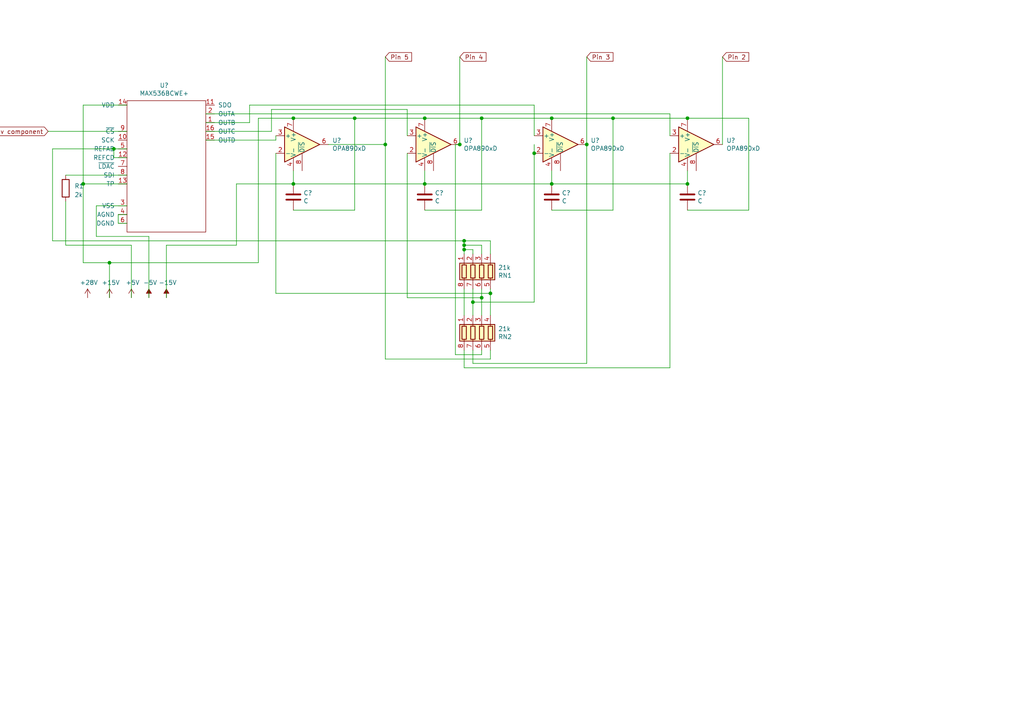
<source format=kicad_sch>
(kicad_sch (version 20230121) (generator eeschema)
  (paper "A4")
  (lib_symbols
    (symbol "Amplifier_Operational:OPA890xD" (pin_names (offset 0.127))
      (property "Reference" "U" (at -1.27 6.35 0))
      (property "Value" "OPA890xD" (at -1.27 3.81 0))
      (symbol "OPA890xD_0_1"
        (polyline (pts (xy -5.08 5.08) (xy 5.08 0) (xy -5.08 -5.08) (xy -5.08 5.08)) (stroke (width 0.254)) (fill (type background)))
        (pin power_in line (at -2.54 -7.62 90) (length 3.81) (name "V-") (number "4"))
        (pin power_in line (at -2.54 7.62 270) (length 3.81) (name "V+") (number "7"))
      )
      (symbol "OPA890xD_1_1"
        (pin no_connect line (at -5.08 5.08 270) (length 2.54) hide (name "NC") (number "1"))
        (pin input line (at -7.62 -2.54 0) (length 2.54) (name "-") (number "2"))
        (pin input line (at -7.62 2.54 0) (length 2.54) (name "+") (number "3"))
        (pin no_connect line (at -5.08 -5.08 90) (length 3.81) hide (name "NC") (number "5"))
        (pin output line (at 7.62 0 180) (length 2.54) (name "~") (number "6"))
        (pin input line (at 0 -7.62 90) (length 5.08) (name "~{DIS}") (number "8"))
      )
    )
    (symbol "Created Symbols for DACBoard:MAX536BCWE+" (pin_names (offset 1.016))
      (property "Reference" "U" (at 0 0 0))
      (property "Value" "MAX536BCWE+" (at 0 0 0))
      (symbol "MAX536BCWE+_0_1"
        (rectangle (start -11.43 -2.54) (end 11.43 -40.64))
      )
      (symbol "MAX536BCWE+_1_1"
        (pin output line (at 11.43 -8.89 0) (length 2.54) (name "OUTB") (number "1"))
        (pin input line (at -11.43 -13.97 180) (length 2.54) (name "SCK") (number "10"))
        (pin output line (at 11.43 -3.81 0) (length 2.54) (name "SDO") (number "11"))
        (pin input line (at -11.43 -19.05 180) (length 2.54) (name "REFCD") (number "12"))
        (pin input line (at -11.43 -26.67 180) (length 2.54) (name "TP") (number "13"))
        (pin power_in line (at -11.43 -3.81 180) (length 2.54) (name "VDD") (number "14"))
        (pin output line (at 11.43 -13.97 0) (length 2.54) (name "OUTD") (number "15"))
        (pin output line (at 11.43 -11.43 0) (length 2.54) (name "OUTC") (number "16"))
        (pin output line (at 11.43 -6.35 0) (length 2.54) (name "OUTA") (number "2"))
        (pin input line (at -11.43 -33.02 180) (length 2.54) (name "VSS") (number "3"))
        (pin input line (at -11.43 -35.56 180) (length 2.54) (name "AGND") (number "4"))
        (pin input line (at -11.43 -16.51 180) (length 2.54) (name "REFAB") (number "5"))
        (pin input line (at -11.43 -38.1 180) (length 2.54) (name "DGND") (number "6"))
        (pin input line (at -11.43 -21.59 180) (length 2.54) (name "~{LDAC}") (number "7"))
        (pin input line (at -11.43 -24.13 180) (length 2.54) (name "SDI") (number "8"))
        (pin input line (at -11.43 -11.43 180) (length 2.54) (name "~{CS}") (number "9"))
      )
    )
    (symbol "Device:C" (pin_numbers hide) (pin_names (offset 0.254))
      (property "Reference" "C" (at 0.635 2.54 0))
      (property "Value" "C" (at 0.635 -2.54 0))
      (symbol "C_0_1"
        (polyline (pts (xy -2.032 -0.762) (xy 2.032 -0.762)) (stroke (width 0.508)))
        (polyline (pts (xy -2.032 0.762) (xy 2.032 0.762)) (stroke (width 0.508)))
      )
      (symbol "C_1_1"
        (pin passive line (at 0 3.81 270) (length 2.794) (name "~") (number "1"))
        (pin passive line (at 0 -3.81 90) (length 2.794) (name "~") (number "2"))
      )
    )
    (symbol "Device:R" (pin_numbers hide) (pin_names (offset 0))
      (property "Reference" "R" (at 2.032 0 90))
      (property "Value" "R" (at 0 0 90))
      (symbol "R_0_1"
        (rectangle (start -1.016 -2.54) (end 1.016 2.54) (stroke (width 0.254)))
      )
      (symbol "R_1_1"
        (pin passive line (at 0 3.81 270) (length 1.27) (name "~") (number "1"))
        (pin passive line (at 0 -3.81 90) (length 1.27) (name "~") (number "2"))
      )
    )
    (symbol "Device:R_Pack04" (pin_names (offset 0) hide)
      (property "Reference" "RN" (at -7.62 0 90))
      (property "Value" "R_Pack04" (at 5.08 0 90))
      (symbol "R_Pack04_0_1"
        (rectangle (start -6.35 -2.413) (end 3.81 2.413) (stroke (width 0.254)) (fill (type background)))
        (rectangle (start -5.715 1.905) (end -4.445 -1.905) (stroke (width 0.254)))
        (rectangle (start -3.175 1.905) (end -1.905 -1.905) (stroke (width 0.254)))
        (rectangle (start -0.635 1.905) (end 0.635 -1.905) (stroke (width 0.254)))
        (polyline (pts (xy -5.08 -2.54) (xy -5.08 -1.905)))
        (polyline (pts (xy -5.08 1.905) (xy -5.08 2.54)))
        (polyline (pts (xy -2.54 -2.54) (xy -2.54 -1.905)))
        (polyline (pts (xy -2.54 1.905) (xy -2.54 2.54)))
        (polyline (pts (xy 0 -2.54) (xy 0 -1.905)))
        (polyline (pts (xy 0 1.905) (xy 0 2.54)))
        (polyline (pts (xy 2.54 -2.54) (xy 2.54 -1.905)))
        (polyline (pts (xy 2.54 1.905) (xy 2.54 2.54)))
        (rectangle (start 1.905 1.905) (end 3.175 -1.905) (stroke (width 0.254)))
      )
      (symbol "R_Pack04_1_1"
        (pin passive line (at -5.08 -5.08 90) (length 2.54) (name "R1.1") (number "1"))
        (pin passive line (at -2.54 -5.08 90) (length 2.54) (name "R2.1") (number "2"))
        (pin passive line (at 0 -5.08 90) (length 2.54) (name "R3.1") (number "3"))
        (pin passive line (at 2.54 -5.08 90) (length 2.54) (name "R4.1") (number "4"))
        (pin passive line (at 2.54 5.08 270) (length 2.54) (name "R4.2") (number "5"))
        (pin passive line (at 0 5.08 270) (length 2.54) (name "R3.2") (number "6"))
        (pin passive line (at -2.54 5.08 270) (length 2.54) (name "R2.2") (number "7"))
        (pin passive line (at -5.08 5.08 270) (length 2.54) (name "R1.2") (number "8"))
      )
    )
    (symbol "power:+15V" (power) (pin_names (offset 0))
      (property "Value" "+15V" (at 0 3.556 0))
      (symbol "+15V_0_1"
        (polyline (pts (xy -0.762 1.27) (xy 0 2.54)))
        (polyline (pts (xy 0 0) (xy 0 2.54)))
        (polyline (pts (xy 0 2.54) (xy 0.762 1.27)))
      )
      (symbol "+15V_1_1"
        (pin power_in line (at 0 0 90) (length 0) hide (name "+15V") (number "1"))
      )
    )
    (symbol "power:+28V" (power) (pin_names (offset 0))
      (property "Value" "+28V" (at 0 3.81 0))
      (symbol "+28V_0_1"
        (polyline (pts (xy -0.762 1.27) (xy 0 2.54)))
        (polyline (pts (xy 0 0) (xy 0 2.54)))
        (polyline (pts (xy 0 2.54) (xy 0.762 1.27)))
      )
      (symbol "+28V_1_1"
        (pin power_in line (at 0 0 90) (length 0) hide (name "+28V") (number "1"))
      )
    )
    (symbol "power:+5V" (power) (pin_names (offset 0))
      (property "Value" "+5V" (at 0 3.556 0))
      (symbol "+5V_0_1"
        (polyline (pts (xy -0.762 1.27) (xy 0 2.54)))
        (polyline (pts (xy 0 0) (xy 0 2.54)))
        (polyline (pts (xy 0 2.54) (xy 0.762 1.27)))
      )
      (symbol "+5V_1_1"
        (pin power_in line (at 0 0 90) (length 0) hide (name "+5V") (number "1"))
      )
    )
    (symbol "power:-15V" (power) (pin_names (offset 0))
      (property "Value" "-15V" (at 0 3.81 0))
      (symbol "-15V_0_0"
        (pin power_in line (at 0 0 90) (length 0) hide (name "-15V") (number "1"))
      )
      (symbol "-15V_0_1"
        (polyline (pts (xy 0 0) (xy 0 1.27) (xy 0.762 1.27) (xy 0 2.54) (xy -0.762 1.27) (xy 0 1.27)) (fill (type outline)))
      )
    )
    (symbol "power:-5V" (power) (pin_names (offset 0))
      (property "Value" "-5V" (at 0 3.81 0))
      (symbol "-5V_0_0"
        (pin power_in line (at 0 0 90) (length 0) hide (name "-5V") (number "1"))
      )
      (symbol "-5V_0_1"
        (polyline (pts (xy 0 0) (xy 0 1.27) (xy 0.762 1.27) (xy 0 2.54) (xy -0.762 1.27) (xy 0 1.27)) (fill (type outline)))
      )
    )
  )
  (junction (at 177.8 34.29))
  (junction (at 111.76 41.91))
  (junction (at 137.16 87.63))
  (junction (at 199.39 34.29))
  (junction (at 154.94 44.45))
  (junction (at 170.18 41.91))
  (junction (at 102.87 34.29))
  (junction (at 85.09 34.29))
  (junction (at 160.02 34.29))
  (junction (at 142.24 85.09))
  (junction (at 134.62 69.85))
  (junction (at 123.19 53.34))
  (junction (at 199.39 53.34))
  (junction (at 123.19 34.29))
  (junction (at 133.35 41.91))
  (junction (at 33.02 43.18))
  (junction (at 85.09 53.34))
  (junction (at 139.7 34.29))
  (junction (at 160.02 53.34))
  (junction (at 139.7 86.36))
  (junction (at 31.75 76.2))
  (junction (at 134.62 71.12))
  (junction (at 24.13 53.34))
  (junction (at 134.62 72.39))
  (wire (pts (xy 24.13 76.2) (xy 24.13 53.34)))
  (wire (pts (xy 142.24 85.09) (xy 142.24 91.44)))
  (wire (pts (xy 139.7 34.29) (xy 160.02 34.29)))
  (wire (pts (xy 48.26 86.36) (xy 48.26 71.12)))
  (wire (pts (xy 95.25 41.91) (xy 111.76 41.91)))
  (wire (pts (xy 154.94 87.63) (xy 154.94 44.45)))
  (wire (pts (xy 15.24 69.85) (xy 134.62 69.85)))
  (wire (pts (xy 38.1 71.12) (xy 19.05 71.12)))
  (wire (pts (xy 80.01 40.64) (xy 80.01 39.37)))
  (wire (pts (xy 78.74 38.1) (xy 78.74 31.75)))
  (wire (pts (xy 80.01 85.09) (xy 80.01 44.45)))
  (wire (pts (xy 24.13 53.34) (xy 24.13 30.48)))
  (wire (pts (xy 102.87 60.96) (xy 85.09 60.96)))
  (wire (pts (xy 43.18 86.36) (xy 43.18 68.58)))
  (wire (pts (xy 154.94 41.91) (xy 154.94 44.45)))
  (wire (pts (xy 160.02 53.34) (xy 160.02 49.53)))
  (wire (pts (xy 43.18 68.58) (xy 27.94 68.58)))
  (wire (pts (xy 160.02 53.34) (xy 199.39 53.34)))
  (wire (pts (xy 139.7 83.82) (xy 139.7 86.36)))
  (wire (pts (xy 134.62 72.39) (xy 134.62 73.66)))
  (wire (pts (xy 139.7 86.36) (xy 139.7 91.44)))
  (wire (pts (xy 36.83 45.72) (xy 33.02 45.72)))
  (wire (pts (xy 85.09 34.29) (xy 74.93 34.29)))
  (wire (pts (xy 134.62 101.6) (xy 134.62 106.68)))
  (wire (pts (xy 19.05 50.8) (xy 36.83 50.8)))
  (wire (pts (xy 134.62 69.85) (xy 134.62 71.12)))
  (wire (pts (xy 137.16 87.63) (xy 154.94 87.63)))
  (wire (pts (xy 137.16 101.6) (xy 137.16 105.41)))
  (wire (pts (xy 139.7 102.87) (xy 132.08 102.87)))
  (wire (pts (xy 123.19 49.53) (xy 123.19 53.34)))
  (wire (pts (xy 33.02 43.18) (xy 15.24 43.18)))
  (wire (pts (xy 38.1 86.36) (xy 38.1 71.12)))
  (wire (pts (xy 102.87 34.29) (xy 123.19 34.29)))
  (wire (pts (xy 24.13 30.48) (xy 36.83 30.48)))
  (wire (pts (xy 72.39 30.48) (xy 154.94 30.48)))
  (wire (pts (xy 160.02 34.29) (xy 177.8 34.29)))
  (wire (pts (xy 123.19 34.29) (xy 139.7 34.29)))
  (wire (pts (xy 85.09 34.29) (xy 102.87 34.29)))
  (wire (pts (xy 34.29 64.77) (xy 36.83 64.77)))
  (wire (pts (xy 209.55 16.51) (xy 209.55 41.91)))
  (wire (pts (xy 36.83 62.23) (xy 34.29 62.23)))
  (wire (pts (xy 132.08 102.87) (xy 132.08 41.91)))
  (wire (pts (xy 132.08 41.91) (xy 133.35 41.91)))
  (wire (pts (xy 199.39 53.34) (xy 199.39 49.53)))
  (wire (pts (xy 111.76 41.91) (xy 111.76 16.51)))
  (wire (pts (xy 160.02 53.34) (xy 123.19 53.34)))
  (wire (pts (xy 31.75 76.2) (xy 74.93 76.2)))
  (wire (pts (xy 170.18 16.51) (xy 170.18 41.91)))
  (wire (pts (xy 33.02 45.72) (xy 33.02 43.18)))
  (wire (pts (xy 118.11 86.36) (xy 118.11 44.45)))
  (wire (pts (xy 134.62 106.68) (xy 194.31 106.68)))
  (wire (pts (xy 134.62 72.39) (xy 137.16 72.39)))
  (wire (pts (xy 36.83 43.18) (xy 33.02 43.18)))
  (wire (pts (xy 134.62 71.12) (xy 134.62 72.39)))
  (wire (pts (xy 194.31 33.02) (xy 194.31 39.37)))
  (wire (pts (xy 177.8 34.29) (xy 199.39 34.29)))
  (wire (pts (xy 118.11 31.75) (xy 118.11 39.37)))
  (wire (pts (xy 68.58 71.12) (xy 68.58 53.34)))
  (wire (pts (xy 142.24 104.14) (xy 111.76 104.14)))
  (wire (pts (xy 48.26 71.12) (xy 68.58 71.12)))
  (wire (pts (xy 13.97 38.1) (xy 36.83 38.1)))
  (wire (pts (xy 199.39 34.29) (xy 217.17 34.29)))
  (wire (pts (xy 59.69 40.64) (xy 80.01 40.64)))
  (wire (pts (xy 137.16 105.41) (xy 170.18 105.41)))
  (wire (pts (xy 137.16 87.63) (xy 137.16 91.44)))
  (wire (pts (xy 59.69 38.1) (xy 78.74 38.1)))
  (wire (pts (xy 134.62 69.85) (xy 142.24 69.85)))
  (wire (pts (xy 72.39 30.48) (xy 72.39 35.56)))
  (wire (pts (xy 139.7 86.36) (xy 118.11 86.36)))
  (wire (pts (xy 85.09 53.34) (xy 85.09 49.53)))
  (wire (pts (xy 133.35 16.51) (xy 133.35 41.91)))
  (wire (pts (xy 68.58 53.34) (xy 85.09 53.34)))
  (wire (pts (xy 154.94 30.48) (xy 154.94 39.37)))
  (wire (pts (xy 111.76 41.91) (xy 111.76 104.14)))
  (wire (pts (xy 137.16 72.39) (xy 137.16 73.66)))
  (wire (pts (xy 142.24 83.82) (xy 142.24 85.09)))
  (wire (pts (xy 85.09 53.34) (xy 123.19 53.34)))
  (wire (pts (xy 31.75 76.2) (xy 31.75 86.36)))
  (wire (pts (xy 177.8 60.96) (xy 177.8 34.29)))
  (wire (pts (xy 15.24 43.18) (xy 15.24 69.85)))
  (wire (pts (xy 59.69 35.56) (xy 72.39 35.56)))
  (wire (pts (xy 123.19 60.96) (xy 139.7 60.96)))
  (wire (pts (xy 139.7 60.96) (xy 139.7 34.29)))
  (wire (pts (xy 31.75 76.2) (xy 24.13 76.2)))
  (wire (pts (xy 134.62 71.12) (xy 139.7 71.12)))
  (wire (pts (xy 194.31 44.45) (xy 194.31 106.68)))
  (wire (pts (xy 137.16 83.82) (xy 137.16 87.63)))
  (wire (pts (xy 19.05 71.12) (xy 19.05 58.42)))
  (wire (pts (xy 74.93 34.29) (xy 74.93 76.2)))
  (wire (pts (xy 27.94 59.69) (xy 36.83 59.69)))
  (wire (pts (xy 59.69 33.02) (xy 194.31 33.02)))
  (wire (pts (xy 142.24 69.85) (xy 142.24 73.66)))
  (wire (pts (xy 102.87 34.29) (xy 102.87 60.96)))
  (wire (pts (xy 217.17 60.96) (xy 199.39 60.96)))
  (wire (pts (xy 142.24 101.6) (xy 142.24 104.14)))
  (wire (pts (xy 134.62 83.82) (xy 134.62 91.44)))
  (wire (pts (xy 78.74 31.75) (xy 118.11 31.75)))
  (wire (pts (xy 170.18 105.41) (xy 170.18 41.91)))
  (wire (pts (xy 160.02 60.96) (xy 177.8 60.96)))
  (wire (pts (xy 27.94 68.58) (xy 27.94 59.69)))
  (wire (pts (xy 24.13 53.34) (xy 36.83 53.34)))
  (wire (pts (xy 34.29 62.23) (xy 34.29 64.77)))
  (wire (pts (xy 142.24 85.09) (xy 80.01 85.09)))
  (wire (pts (xy 217.17 34.29) (xy 217.17 60.96)))
  (wire (pts (xy 139.7 101.6) (xy 139.7 102.87)))
  (wire (pts (xy 139.7 71.12) (xy 139.7 73.66)))
  (global_label "Pin 4" (shape input) (at 133.35 16.51 0) (property "Intersheetrefs" "${INTERSHEET_REFS}" (effects hide)))
  (global_label "Pin 3" (shape input) (at 170.18 16.51 0) (property "Intersheetrefs" "${INTERSHEET_REFS}" (effects hide)))
  (global_label "Pin 5" (shape input) (at 111.76 16.51 0) (property "Intersheetrefs" "${INTERSHEET_REFS}" (effects hide)))
  (global_label "10 35v component" (shape input) (at 13.97 38.1 180) (property "Intersheetrefs" "${INTERSHEET_REFS}" (effects hide)))
  (global_label "Pin 2" (shape input) (at 209.55 16.51 0) (property "Intersheetrefs" "${INTERSHEET_REFS}" (effects hide)))
  (symbol (lib_id "Created Symbols for DACBoard:MAX536BCWE+") (at 48.26 26.67 0) (unit 1)
    (property "Reference" "U?" (at 47.625 24.765 0))
    (property "Value" "MAX536BCWE+" (at 47.625 27.0764 0))
  )
  (symbol (lib_id "Amplifier_Operational:OPA890xD") (at 87.63 41.91 0) (unit 1)
    (property "Reference" "U?" (at 96.3676 40.7416 0) (effects (justify left)))
    (property "Value" "OPA890xD" (at 96.3676 43.053 0) (effects (justify left)))
    (property "Footprint" "Package_SO:SOIC-8_3.9x4.9mm_P1.27mm" (effects hide))
    (property "Datasheet" "https://www.ti.com/lit/ds/symlink/opa890.pdf" (effects hide))
  )
  (symbol (lib_id "power:+15V") (at 31.75 86.36 0) (unit 1)
    (property "Reference" "#PWR?" (effects hide))
    (property "Value" "+15V" (at 32.131 81.9658 0))
  )
  (symbol (lib_id "Amplifier_Operational:OPA890xD") (at 125.73 41.91 0) (unit 1)
    (property "Reference" "U?" (at 134.4676 40.7416 0) (effects (justify left)))
    (property "Value" "OPA890xD" (at 134.4676 43.053 0) (effects (justify left)))
    (property "Footprint" "Package_SO:SOIC-8_3.9x4.9mm_P1.27mm" (effects hide))
    (property "Datasheet" "https://www.ti.com/lit/ds/symlink/opa890.pdf" (effects hide))
  )
  (symbol (lib_id "Amplifier_Operational:OPA890xD") (at 162.56 41.91 0) (unit 1)
    (property "Reference" "U?" (at 171.2976 40.7416 0) (effects (justify left)))
    (property "Value" "OPA890xD" (at 171.2976 43.053 0) (effects (justify left)))
    (property "Footprint" "Package_SO:SOIC-8_3.9x4.9mm_P1.27mm" (effects hide))
    (property "Datasheet" "https://www.ti.com/lit/ds/symlink/opa890.pdf" (effects hide))
  )
  (symbol (lib_id "Amplifier_Operational:OPA890xD") (at 201.93 41.91 0) (unit 1)
    (property "Reference" "U?" (at 210.6676 40.7416 0) (effects (justify left)))
    (property "Value" "OPA890xD" (at 210.6676 43.053 0) (effects (justify left)))
    (property "Footprint" "Package_SO:SOIC-8_3.9x4.9mm_P1.27mm" (effects hide))
    (property "Datasheet" "https://www.ti.com/lit/ds/symlink/opa890.pdf" (effects hide))
  )
  (symbol (lib_id "power:-15V") (at 48.26 86.36 0) (unit 1)
    (property "Reference" "#PWR?" (effects hide))
    (property "Value" "-15V" (at 48.641 81.9658 0))
  )
  (symbol (lib_id "power:+28V") (at 25.4 86.36 0) (unit 1)
    (property "Reference" "#PWR?" (effects hide))
    (property "Value" "+28V" (at 25.781 81.9658 0))
  )
  (symbol (lib_id "power:+5V") (at 38.1 86.36 0) (unit 1)
    (property "Reference" "#PWR?" (effects hide))
    (property "Value" "+5V" (at 38.481 81.9658 0))
  )
  (symbol (lib_id "power:-5V") (at 43.18 86.36 0) (unit 1)
    (property "Reference" "#PWR?" (effects hide))
    (property "Value" "-5V" (at 43.561 81.9658 0))
  )
  (symbol (lib_id "Device:C") (at 85.09 57.15 0) (unit 1)
    (property "Reference" "C?" (at 88.011 55.9816 0) (effects (justify left)))
    (property "Value" "C" (at 88.011 58.293 0) (effects (justify left)))
  )
  (symbol (lib_id "Device:C") (at 123.19 57.15 0) (unit 1)
    (property "Reference" "C?" (at 126.111 55.9816 0) (effects (justify left)))
    (property "Value" "C" (at 126.111 58.293 0) (effects (justify left)))
  )
  (symbol (lib_id "Device:C") (at 160.02 57.15 0) (unit 1)
    (property "Reference" "C?" (at 162.941 55.9816 0) (effects (justify left)))
    (property "Value" "C" (at 162.941 58.293 0) (effects (justify left)))
  )
  (symbol (lib_id "Device:C") (at 199.39 57.15 0) (unit 1)
    (property "Reference" "C?" (at 202.311 55.9816 0) (effects (justify left)))
    (property "Value" "C" (at 202.311 58.293 0) (effects (justify left)))
  )
  (symbol (lib_id "Device:R_Pack04") (at 139.7 96.52 0) (mirror x) (unit 1)
    (property "Reference" "RN2" (at 144.4752 97.6884 0) (effects (justify left)))
    (property "Value" "21k" (at 144.4752 95.377 0) (effects (justify left)))
  )
  (symbol (lib_id "Device:R") (at 19.05 54.61 0) (unit 1)
    (property "Reference" "R1" (at 21.59 53.975 0) (effects (justify left)))
    (property "Value" "2k" (at 21.59 56.515 0) (effects (justify left)))
  )
  (symbol (lib_id "Device:R_Pack04") (at 139.7 78.74 0) (mirror x) (unit 1)
    (property "Reference" "RN1" (at 144.4752 79.9084 0) (effects (justify left)))
    (property "Value" "21k" (at 144.4752 77.597 0) (effects (justify left)))
  )
)
</source>
